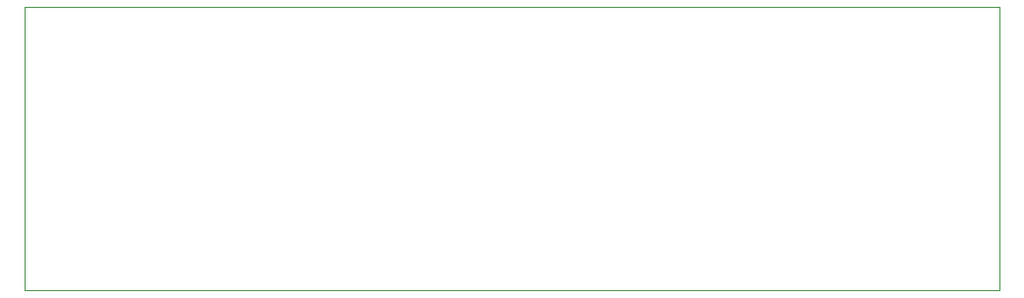
<source format=gbr>
%TF.GenerationSoftware,KiCad,Pcbnew,9.0.0*%
%TF.CreationDate,2025-05-15T14:39:23+07:00*%
%TF.ProjectId,PCB AS5600,50434220-4153-4353-9630-302e6b696361,rev?*%
%TF.SameCoordinates,Original*%
%TF.FileFunction,Profile,NP*%
%FSLAX46Y46*%
G04 Gerber Fmt 4.6, Leading zero omitted, Abs format (unit mm)*
G04 Created by KiCad (PCBNEW 9.0.0) date 2025-05-15 14:39:23*
%MOMM*%
%LPD*%
G01*
G04 APERTURE LIST*
%TA.AperFunction,Profile*%
%ADD10C,0.050000*%
%TD*%
G04 APERTURE END LIST*
D10*
X212000000Y-71500000D02*
X212000000Y-47000000D01*
X128000000Y-71500000D02*
X212000000Y-71500000D01*
X128000000Y-47000000D02*
X128000000Y-71500000D01*
X212000000Y-47000000D02*
X128000000Y-47000000D01*
M02*

</source>
